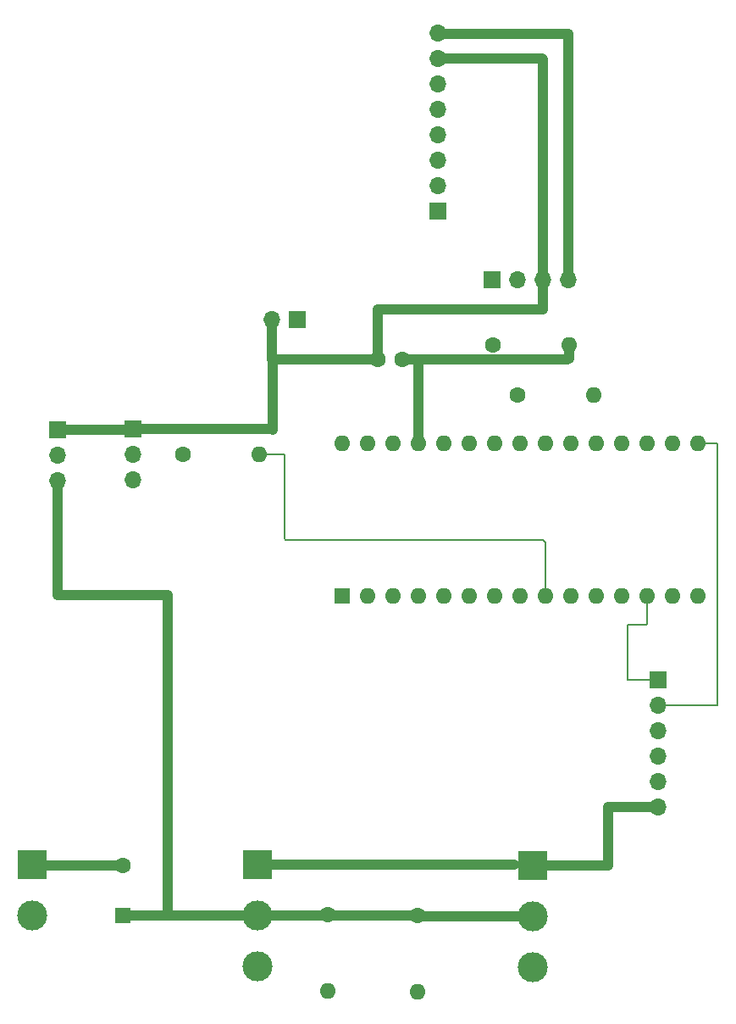
<source format=gbr>
%TF.GenerationSoftware,KiCad,Pcbnew,8.0.2*%
%TF.CreationDate,2024-06-03T18:55:52+02:00*%
%TF.ProjectId,Taupunkt,54617570-756e-46b7-942e-6b696361645f,rev?*%
%TF.SameCoordinates,Original*%
%TF.FileFunction,Copper,L2,Bot*%
%TF.FilePolarity,Positive*%
%FSLAX46Y46*%
G04 Gerber Fmt 4.6, Leading zero omitted, Abs format (unit mm)*
G04 Created by KiCad (PCBNEW 8.0.2) date 2024-06-03 18:55:52*
%MOMM*%
%LPD*%
G01*
G04 APERTURE LIST*
%TA.AperFunction,ComponentPad*%
%ADD10C,1.600000*%
%TD*%
%TA.AperFunction,ComponentPad*%
%ADD11O,1.600000X1.600000*%
%TD*%
%TA.AperFunction,ComponentPad*%
%ADD12R,1.600000X1.600000*%
%TD*%
%TA.AperFunction,ComponentPad*%
%ADD13R,1.700000X1.700000*%
%TD*%
%TA.AperFunction,ComponentPad*%
%ADD14O,1.700000X1.700000*%
%TD*%
%TA.AperFunction,ComponentPad*%
%ADD15C,3.000000*%
%TD*%
%TA.AperFunction,ComponentPad*%
%ADD16R,3.000000X3.000000*%
%TD*%
%TA.AperFunction,Conductor*%
%ADD17C,1.000000*%
%TD*%
%TA.AperFunction,Conductor*%
%ADD18C,0.200000*%
%TD*%
G04 APERTURE END LIST*
D10*
%TO.P,R5,1*%
%TO.N,/RelSwitch*%
X72500000Y-106500000D03*
D11*
%TO.P,R5,2*%
X80120000Y-106500000D03*
%TD*%
D10*
%TO.P,R1,1*%
%TO.N,/<NO NET>*%
X87000000Y-152460000D03*
D11*
%TO.P,R1,2*%
%TO.N,/D4 - Data inside*%
X87000000Y-160080000D03*
%TD*%
D10*
%TO.P,R3,1*%
%TO.N,/SCL*%
X103500000Y-95500000D03*
D11*
%TO.P,R3,2*%
%TO.N,/<NO NET>*%
X111120000Y-95500000D03*
%TD*%
D10*
%TO.P,R4,1*%
%TO.N,/SDA*%
X106000000Y-100500000D03*
D11*
%TO.P,R4,2*%
%TO.N,/<NO NET>*%
X113620000Y-100500000D03*
%TD*%
D10*
%TO.P,R2,1*%
%TO.N,/<NO NET>*%
X96000000Y-152500000D03*
D11*
%TO.P,R2,2*%
%TO.N,/D5 - Data outside*%
X96000000Y-160120000D03*
%TD*%
D12*
%TO.P,A1,1,D1/TX*%
%TO.N,unconnected-(A1-D1{slash}TX-Pad1)*%
X88450000Y-120610000D03*
D11*
%TO.P,A1,2,D0/RX*%
%TO.N,unconnected-(A1-D0{slash}RX-Pad2)*%
X90990000Y-120610000D03*
%TO.P,A1,3,~{RESET}*%
%TO.N,unconnected-(A1-~{RESET}-Pad3)*%
X93530000Y-120610000D03*
%TO.P,A1,4,GND*%
%TO.N,unconnected-(A1-GND-Pad4)*%
X96070000Y-120610000D03*
%TO.P,A1,5,D2*%
%TO.N,unconnected-(A1-D2-Pad5)*%
X98610000Y-120610000D03*
%TO.P,A1,6,D3*%
%TO.N,unconnected-(A1-D3-Pad6)*%
X101150000Y-120610000D03*
%TO.P,A1,7,D4*%
%TO.N,/D4 - Data inside*%
X103690000Y-120610000D03*
%TO.P,A1,8,D5*%
%TO.N,/D5 - Data outside*%
X106230000Y-120610000D03*
%TO.P,A1,9,D6*%
%TO.N,/RelSwitch*%
X108770000Y-120610000D03*
%TO.P,A1,10,D7*%
%TO.N,unconnected-(A1-D7-Pad10)*%
X111310000Y-120610000D03*
%TO.P,A1,11,D8*%
%TO.N,unconnected-(A1-D8-Pad11)*%
X113850000Y-120610000D03*
%TO.P,A1,12,D9*%
%TO.N,unconnected-(A1-D9-Pad12)*%
X116390000Y-120610000D03*
%TO.P,A1,13,D10*%
%TO.N,/CS*%
X118930000Y-120610000D03*
%TO.P,A1,14,D11*%
%TO.N,/MOSI*%
X121470000Y-120610000D03*
%TO.P,A1,15,D12*%
%TO.N,/MISO*%
X124010000Y-120610000D03*
%TO.P,A1,16,D13*%
%TO.N,/SCK*%
X124010000Y-105370000D03*
%TO.P,A1,17,3V3*%
%TO.N,unconnected-(A1-3V3-Pad17)*%
X121470000Y-105370000D03*
%TO.P,A1,18,AREF*%
%TO.N,unconnected-(A1-AREF-Pad18)*%
X118930000Y-105370000D03*
%TO.P,A1,19,A0*%
%TO.N,unconnected-(A1-A0-Pad19)*%
X116390000Y-105370000D03*
%TO.P,A1,20,A1*%
%TO.N,unconnected-(A1-A1-Pad20)*%
X113850000Y-105370000D03*
%TO.P,A1,21,A2*%
%TO.N,unconnected-(A1-A2-Pad21)*%
X111310000Y-105370000D03*
%TO.P,A1,22,A3*%
%TO.N,unconnected-(A1-A3-Pad22)*%
X108770000Y-105370000D03*
%TO.P,A1,23,A4*%
%TO.N,/SDA*%
X106230000Y-105370000D03*
%TO.P,A1,24,A5*%
%TO.N,/SCL*%
X103690000Y-105370000D03*
%TO.P,A1,25,A6*%
%TO.N,unconnected-(A1-A6-Pad25)*%
X101150000Y-105370000D03*
%TO.P,A1,26,A7*%
%TO.N,unconnected-(A1-A7-Pad26)*%
X98610000Y-105370000D03*
%TO.P,A1,27,+5V*%
%TO.N,/<NO NET>*%
X96070000Y-105370000D03*
%TO.P,A1,28,~{RESET}*%
%TO.N,Net-(A1-~{RESET}-Pad28)*%
X93530000Y-105370000D03*
%TO.P,A1,29,GND*%
%TO.N,/GND*%
X90990000Y-105370000D03*
%TO.P,A1,30,VIN*%
%TO.N,unconnected-(A1-VIN-Pad30)*%
X88450000Y-105370000D03*
%TD*%
D13*
%TO.P,SW2,1,1*%
%TO.N,/GND*%
X67500000Y-103960000D03*
D14*
%TO.P,SW2,2,3*%
%TO.N,/RelSwitch*%
X67500000Y-106500000D03*
%TO.P,SW2,3,4*%
%TO.N,/<NO NET>*%
X67500000Y-109040000D03*
%TD*%
D13*
%TO.P,SW1,1,1*%
%TO.N,Net-(A1-~{RESET}-Pad28)*%
X83995000Y-93000000D03*
D14*
%TO.P,SW1,2,2*%
%TO.N,/GND*%
X81455000Y-93000000D03*
%TD*%
D15*
%TO.P,J3,3,Pin_3*%
%TO.N,/D5 - Data outside*%
X107500000Y-157660000D03*
%TO.P,J3,2,Pin_2*%
%TO.N,/<NO NET>*%
X107500000Y-152580000D03*
D16*
%TO.P,J3,1,Pin_1*%
%TO.N,/GND*%
X107500000Y-147500000D03*
%TD*%
D13*
%TO.P,J6,1,Pin_1*%
%TO.N,/CS*%
X120000000Y-128960000D03*
D14*
%TO.P,J6,2,Pin_2*%
%TO.N,/SCK*%
X120000000Y-131500000D03*
%TO.P,J6,3,Pin_3*%
%TO.N,/MOSI*%
X120000000Y-134040000D03*
%TO.P,J6,4,Pin_4*%
%TO.N,/MISO*%
X120000000Y-136580000D03*
%TO.P,J6,5,Pin_5*%
%TO.N,/<NO NET>*%
X120000000Y-139120000D03*
%TO.P,J6,6,Pin_6*%
%TO.N,/GND*%
X120000000Y-141660000D03*
%TD*%
D13*
%TO.P,J5,1,Pin_1*%
%TO.N,/TX*%
X98000000Y-82160000D03*
D14*
%TO.P,J5,2,Pin_2*%
%TO.N,/RX*%
X98000000Y-79620000D03*
%TO.P,J5,3,Pin_3*%
%TO.N,/SCL*%
X98000000Y-77080000D03*
%TO.P,J5,4,Pin_4*%
%TO.N,/SDA*%
X98000000Y-74540000D03*
%TO.P,J5,5,Pin_5*%
%TO.N,unconnected-(J5-Pin_5-Pad5)*%
X98000000Y-72000000D03*
%TO.P,J5,6,Pin_6*%
%TO.N,unconnected-(J5-Pin_6-Pad6)*%
X98000000Y-69460000D03*
%TO.P,J5,7,Pin_7*%
%TO.N,/GND*%
X98000000Y-66920000D03*
%TO.P,J5,8,Pin_8*%
%TO.N,/<NO NET>*%
X98000000Y-64380000D03*
%TD*%
D13*
%TO.P,J7,1,Pin_1*%
%TO.N,/GND*%
X60000000Y-104015000D03*
D14*
%TO.P,J7,2,Pin_2*%
%TO.N,/RelSwitch*%
X60000000Y-106555000D03*
%TO.P,J7,3,Pin_3*%
%TO.N,/<NO NET>*%
X60000000Y-109095000D03*
%TD*%
D10*
%TO.P,C2,1*%
%TO.N,/<NO NET>*%
X94470000Y-97000000D03*
%TO.P,C2,2*%
%TO.N,/GND*%
X91970000Y-97000000D03*
%TD*%
D16*
%TO.P,J1,1,Pin_1*%
%TO.N,/GND*%
X57500000Y-147460000D03*
D15*
%TO.P,J1,2,Pin_2*%
%TO.N,/<NO NET>*%
X57500000Y-152540000D03*
%TD*%
D12*
%TO.P,C1,1*%
%TO.N,/<NO NET>*%
X66500000Y-152500000D03*
D10*
%TO.P,C1,2*%
%TO.N,/GND*%
X66500000Y-147500000D03*
%TD*%
D13*
%TO.P,J4,1,Pin_1*%
%TO.N,/SCL*%
X103420000Y-89000000D03*
D14*
%TO.P,J4,2,Pin_2*%
%TO.N,/SDA*%
X105960000Y-89000000D03*
%TO.P,J4,3,Pin_3*%
%TO.N,/GND*%
X108500000Y-89000000D03*
%TO.P,J4,4,Pin_4*%
%TO.N,/<NO NET>*%
X111040000Y-89000000D03*
%TD*%
D16*
%TO.P,J2,1,Pin_1*%
%TO.N,/GND*%
X80000000Y-147420000D03*
D15*
%TO.P,J2,2,Pin_2*%
%TO.N,/<NO NET>*%
X80000000Y-152500000D03*
%TO.P,J2,3,Pin_3*%
%TO.N,/D4 - Data inside*%
X80000000Y-157580000D03*
%TD*%
D17*
%TO.N,/<NO NET>*%
X111120000Y-96880000D02*
X111000000Y-97000000D01*
X111120000Y-95500000D02*
X111120000Y-96880000D01*
X111000000Y-97000000D02*
X96070000Y-97000000D01*
D18*
%TO.N,/RelSwitch*%
X82660000Y-106500000D02*
X80120000Y-106500000D01*
D17*
%TO.N,/GND*%
X108500000Y-92000000D02*
X92000000Y-92000000D01*
X108500000Y-89000000D02*
X108500000Y-92000000D01*
D18*
%TO.N,/SCK*%
X126000000Y-105370000D02*
X124010000Y-105370000D01*
X126000000Y-131500000D02*
X126000000Y-105370000D01*
X120000000Y-131500000D02*
X126000000Y-131500000D01*
%TO.N,/CS*%
X117000000Y-123500000D02*
X118860000Y-123500000D01*
X117000000Y-129000000D02*
X117000000Y-123500000D01*
X118930000Y-123430000D02*
X118930000Y-120610000D01*
X117040000Y-128960000D02*
X117000000Y-129000000D01*
X120000000Y-128960000D02*
X117040000Y-128960000D01*
X118860000Y-123500000D02*
X118930000Y-123430000D01*
D17*
%TO.N,/GND*%
X115000000Y-147500000D02*
X107500000Y-147500000D01*
X120000000Y-141660000D02*
X115000000Y-141660000D01*
X115000000Y-141660000D02*
X115000000Y-147500000D01*
D18*
%TO.N,/RelSwitch*%
X108500000Y-115000000D02*
X108770000Y-115270000D01*
X82820000Y-115000000D02*
X108500000Y-115000000D01*
X82660000Y-114840000D02*
X82820000Y-115000000D01*
X108770000Y-115270000D02*
X108770000Y-120610000D01*
X82660000Y-106500000D02*
X82660000Y-114840000D01*
D17*
%TO.N,/GND*%
X108500000Y-67000000D02*
X108500000Y-89000000D01*
D18*
X108420000Y-66920000D02*
X108500000Y-67000000D01*
D17*
X98000000Y-66920000D02*
X108420000Y-66920000D01*
%TO.N,/<NO NET>*%
X71000000Y-120500000D02*
X60000000Y-120500000D01*
X71000000Y-152500000D02*
X71000000Y-120500000D01*
X71000000Y-152500000D02*
X80000000Y-152500000D01*
X60000000Y-120500000D02*
X60000000Y-109095000D01*
X66500000Y-152500000D02*
X71000000Y-152500000D01*
%TO.N,/GND*%
X67500000Y-103960000D02*
X81460000Y-103960000D01*
D18*
X67445000Y-104015000D02*
X67500000Y-103960000D01*
D17*
X60000000Y-104015000D02*
X67445000Y-104015000D01*
D18*
%TO.N,/<NO NET>*%
X98120000Y-64500000D02*
X98000000Y-64380000D01*
D17*
X111040000Y-89000000D02*
X111040000Y-64500000D01*
X111040000Y-64500000D02*
X98120000Y-64500000D01*
D18*
%TO.N,/GND*%
X60055000Y-103960000D02*
X60000000Y-104015000D01*
D17*
X91970000Y-92030000D02*
X91970000Y-97000000D01*
D18*
X92000000Y-92000000D02*
X91970000Y-92030000D01*
X81460000Y-103960000D02*
X81500000Y-104000000D01*
D17*
X81500000Y-104000000D02*
X81500000Y-97045000D01*
X57540000Y-147500000D02*
X66500000Y-147500000D01*
D18*
X57500000Y-147460000D02*
X57540000Y-147500000D01*
D17*
%TO.N,/<NO NET>*%
X96070000Y-97000000D02*
X96070000Y-105370000D01*
X96070000Y-97000000D02*
X94470000Y-97000000D01*
D18*
X87040000Y-152500000D02*
X87000000Y-152460000D01*
D17*
X95500000Y-152500000D02*
X87040000Y-152500000D01*
D18*
X95580000Y-152580000D02*
X95500000Y-152500000D01*
D17*
X107500000Y-152580000D02*
X95580000Y-152580000D01*
D18*
X86960000Y-152500000D02*
X87000000Y-152460000D01*
D17*
X80000000Y-152500000D02*
X86960000Y-152500000D01*
%TO.N,/GND*%
X105618000Y-147420000D02*
X80000000Y-147420000D01*
D18*
X105698000Y-147500000D02*
X105618000Y-147420000D01*
X107500000Y-147500000D02*
X105698000Y-147500000D01*
D17*
X81455000Y-97000000D02*
X91970000Y-97000000D01*
D18*
X81500000Y-97045000D02*
X81455000Y-97000000D01*
D17*
X81455000Y-93000000D02*
X81455000Y-97000000D01*
%TD*%
M02*

</source>
